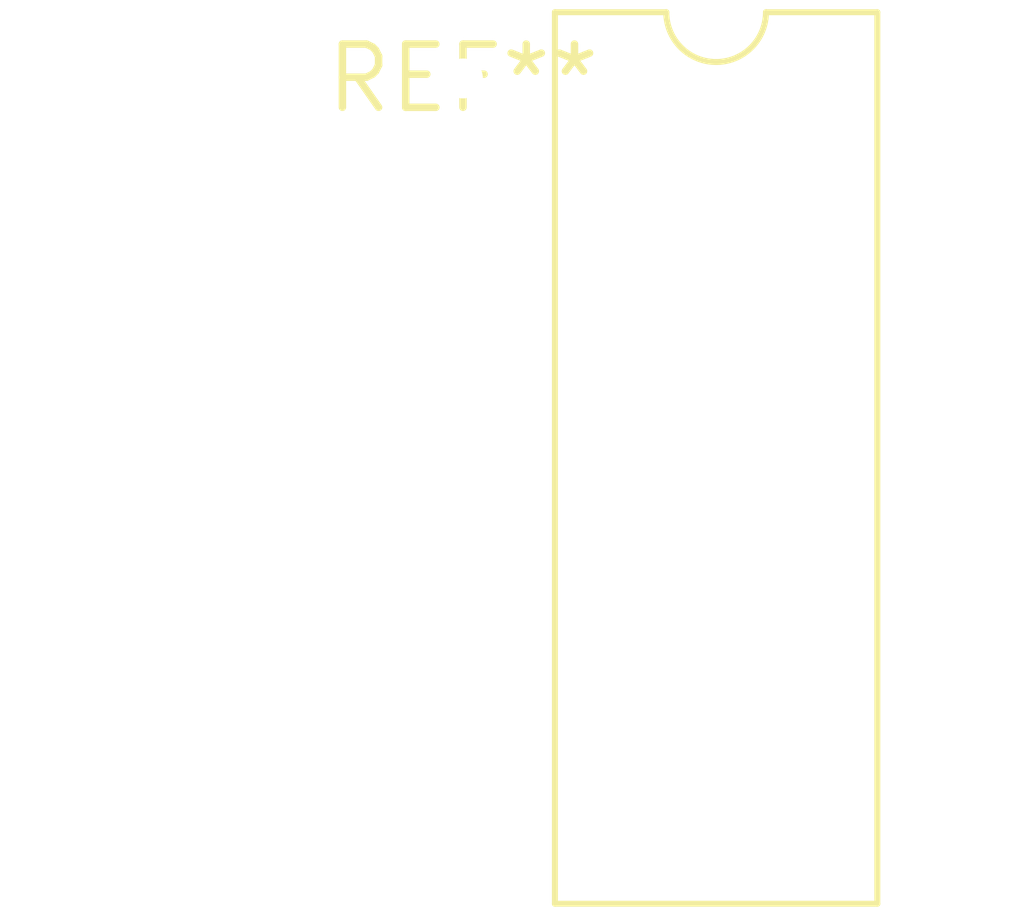
<source format=kicad_pcb>
(kicad_pcb (version 20240108) (generator pcbnew)
  (layers (0 "F.Cu" signal) (31 "B.Cu" signal) (34 "B.Paste" user) (35 "F.Paste" user) (36 "B.SilkS" user "B.Silkscreen") (37 "F.SilkS" user "F.Silkscreen") (38 "B.Mask" user) (39 "F.Mask" user) (44 "Edge.Cuts" user))
  (net 0 "")
  (footprint "DIP-14_W10.16mm" (layer "F.Cu") (at 0 0)
    (property "Reference" "REF**")
    (property "Value" "DIP-14_W10.16mm")
    (fp_line (start 1.845 -1.33) (end 1.845 16.57) (layer "F.SilkS") (stroke (width 0.12)))
    (fp_line (start 1.845 16.57) (end 8.315 16.57) (layer "F.SilkS") (stroke (width 0.12)))
    (fp_line (start 4.08 -1.33) (end 1.845 -1.33) (layer "F.SilkS") (stroke (width 0.12)))
    (fp_line (start 8.315 -1.33) (end 6.08 -1.33) (layer "F.SilkS") (stroke (width 0.12)))
    (fp_line (start 8.315 16.57) (end 8.315 -1.33) (layer "F.SilkS") (stroke (width 0.12)))
    (fp_arc (start 6.08 -1.33) (mid 5.08 -0.33) (end 4.08 -1.33) (layer "F.SilkS") (stroke (width 0.12)))
    (pad "1" thru_hole rect (at 0 0) (size 1.6 1.6) (drill 0.8) (layers *.Cu *.Mask) (remove_unused_layers))
    (pad "2" thru_hole oval (at 0 2.54) (size 1.6 1.6) (drill 0.8) (layers *.Cu *.Mask) (remove_unused_layers))
    (pad "3" thru_hole oval (at 0 5.08) (size 1.6 1.6) (drill 0.8) (layers *.Cu *.Mask) (remove_unused_layers))
    (pad "4" thru_hole oval (at 0 7.62) (size 1.6 1.6) (drill 0.8) (layers *.Cu *.Mask) (remove_unused_layers))
    (pad "5" thru_hole oval (at 0 10.16) (size 1.6 1.6) (drill 0.8) (layers *.Cu *.Mask) (remove_unused_layers))
    (pad "6" thru_hole oval (at 0 12.7) (size 1.6 1.6) (drill 0.8) (layers *.Cu *.Mask) (remove_unused_layers))
    (pad "7" thru_hole oval (at 0 15.24) (size 1.6 1.6) (drill 0.8) (layers *.Cu *.Mask) (remove_unused_layers))
    (pad "8" thru_hole oval (at 10.16 15.24) (size 1.6 1.6) (drill 0.8) (layers *.Cu *.Mask) (remove_unused_layers))
    (pad "9" thru_hole oval (at 10.16 12.7) (size 1.6 1.6) (drill 0.8) (layers *.Cu *.Mask) (remove_unused_layers))
    (pad "10" thru_hole oval (at 10.16 10.16) (size 1.6 1.6) (drill 0.8) (layers *.Cu *.Mask) (remove_unused_layers))
    (pad "11" thru_hole oval (at 10.16 7.62) (size 1.6 1.6) (drill 0.8) (layers *.Cu *.Mask) (remove_unused_layers))
    (pad "12" thru_hole oval (at 10.16 5.08) (size 1.6 1.6) (drill 0.8) (layers *.Cu *.Mask) (remove_unused_layers))
    (pad "13" thru_hole oval (at 10.16 2.54) (size 1.6 1.6) (drill 0.8) (layers *.Cu *.Mask) (remove_unused_layers))
    (pad "14" thru_hole oval (at 10.16 0) (size 1.6 1.6) (drill 0.8) (layers *.Cu *.Mask) (remove_unused_layers))
  )
)
</source>
